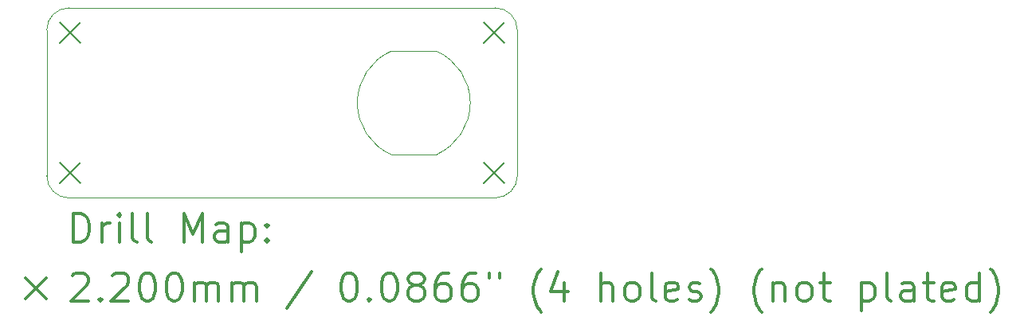
<source format=gbr>
%FSLAX45Y45*%
G04 Gerber Fmt 4.5, Leading zero omitted, Abs format (unit mm)*
G04 Created by KiCad (PCBNEW (5.1.10)-1) date 2022-01-19 22:36:49*
%MOMM*%
%LPD*%
G01*
G04 APERTURE LIST*
%TA.AperFunction,Profile*%
%ADD10C,0.050000*%
%TD*%
%ADD11C,0.200000*%
%ADD12C,0.300000*%
G04 APERTURE END LIST*
D10*
X16740751Y-11160236D02*
G75*
G02*
X16739791Y-10060182I239249J550236D01*
G01*
X16739791Y-10060182D02*
X17219249Y-10059764D01*
X17219249Y-10059764D02*
G75*
G02*
X17220209Y-11159818I-239249J-550236D01*
G01*
X16740751Y-11160236D02*
X17220209Y-11159818D01*
X13080000Y-11385000D02*
G75*
G03*
X13315000Y-11620000I235000J0D01*
G01*
X17845000Y-11620000D02*
G75*
G03*
X18080000Y-11385000I0J235000D01*
G01*
X18080000Y-9835000D02*
G75*
G03*
X17845000Y-9600000I-235000J0D01*
G01*
X13315000Y-9600000D02*
G75*
G03*
X13080000Y-9835000I0J-235000D01*
G01*
X18080000Y-9835000D02*
X18080000Y-11385000D01*
X13080000Y-9835000D02*
X13080000Y-11385000D01*
X13315000Y-11620000D02*
X17845000Y-11620000D01*
X13315000Y-9600000D02*
X17845000Y-9600000D01*
D11*
X13215000Y-9755000D02*
X13435000Y-9975000D01*
X13435000Y-9755000D02*
X13215000Y-9975000D01*
X13215000Y-11245000D02*
X13435000Y-11465000D01*
X13435000Y-11245000D02*
X13215000Y-11465000D01*
X17725000Y-9755000D02*
X17945000Y-9975000D01*
X17945000Y-9755000D02*
X17725000Y-9975000D01*
X17725000Y-11245000D02*
X17945000Y-11465000D01*
X17945000Y-11245000D02*
X17725000Y-11465000D01*
D12*
X13363928Y-12088214D02*
X13363928Y-11788214D01*
X13435357Y-11788214D01*
X13478214Y-11802500D01*
X13506786Y-11831071D01*
X13521071Y-11859643D01*
X13535357Y-11916786D01*
X13535357Y-11959643D01*
X13521071Y-12016786D01*
X13506786Y-12045357D01*
X13478214Y-12073929D01*
X13435357Y-12088214D01*
X13363928Y-12088214D01*
X13663928Y-12088214D02*
X13663928Y-11888214D01*
X13663928Y-11945357D02*
X13678214Y-11916786D01*
X13692500Y-11902500D01*
X13721071Y-11888214D01*
X13749643Y-11888214D01*
X13849643Y-12088214D02*
X13849643Y-11888214D01*
X13849643Y-11788214D02*
X13835357Y-11802500D01*
X13849643Y-11816786D01*
X13863928Y-11802500D01*
X13849643Y-11788214D01*
X13849643Y-11816786D01*
X14035357Y-12088214D02*
X14006786Y-12073929D01*
X13992500Y-12045357D01*
X13992500Y-11788214D01*
X14192500Y-12088214D02*
X14163928Y-12073929D01*
X14149643Y-12045357D01*
X14149643Y-11788214D01*
X14535357Y-12088214D02*
X14535357Y-11788214D01*
X14635357Y-12002500D01*
X14735357Y-11788214D01*
X14735357Y-12088214D01*
X15006786Y-12088214D02*
X15006786Y-11931071D01*
X14992500Y-11902500D01*
X14963928Y-11888214D01*
X14906786Y-11888214D01*
X14878214Y-11902500D01*
X15006786Y-12073929D02*
X14978214Y-12088214D01*
X14906786Y-12088214D01*
X14878214Y-12073929D01*
X14863928Y-12045357D01*
X14863928Y-12016786D01*
X14878214Y-11988214D01*
X14906786Y-11973929D01*
X14978214Y-11973929D01*
X15006786Y-11959643D01*
X15149643Y-11888214D02*
X15149643Y-12188214D01*
X15149643Y-11902500D02*
X15178214Y-11888214D01*
X15235357Y-11888214D01*
X15263928Y-11902500D01*
X15278214Y-11916786D01*
X15292500Y-11945357D01*
X15292500Y-12031071D01*
X15278214Y-12059643D01*
X15263928Y-12073929D01*
X15235357Y-12088214D01*
X15178214Y-12088214D01*
X15149643Y-12073929D01*
X15421071Y-12059643D02*
X15435357Y-12073929D01*
X15421071Y-12088214D01*
X15406786Y-12073929D01*
X15421071Y-12059643D01*
X15421071Y-12088214D01*
X15421071Y-11902500D02*
X15435357Y-11916786D01*
X15421071Y-11931071D01*
X15406786Y-11916786D01*
X15421071Y-11902500D01*
X15421071Y-11931071D01*
X12857500Y-12472500D02*
X13077500Y-12692500D01*
X13077500Y-12472500D02*
X12857500Y-12692500D01*
X13349643Y-12446786D02*
X13363928Y-12432500D01*
X13392500Y-12418214D01*
X13463928Y-12418214D01*
X13492500Y-12432500D01*
X13506786Y-12446786D01*
X13521071Y-12475357D01*
X13521071Y-12503929D01*
X13506786Y-12546786D01*
X13335357Y-12718214D01*
X13521071Y-12718214D01*
X13649643Y-12689643D02*
X13663928Y-12703929D01*
X13649643Y-12718214D01*
X13635357Y-12703929D01*
X13649643Y-12689643D01*
X13649643Y-12718214D01*
X13778214Y-12446786D02*
X13792500Y-12432500D01*
X13821071Y-12418214D01*
X13892500Y-12418214D01*
X13921071Y-12432500D01*
X13935357Y-12446786D01*
X13949643Y-12475357D01*
X13949643Y-12503929D01*
X13935357Y-12546786D01*
X13763928Y-12718214D01*
X13949643Y-12718214D01*
X14135357Y-12418214D02*
X14163928Y-12418214D01*
X14192500Y-12432500D01*
X14206786Y-12446786D01*
X14221071Y-12475357D01*
X14235357Y-12532500D01*
X14235357Y-12603929D01*
X14221071Y-12661071D01*
X14206786Y-12689643D01*
X14192500Y-12703929D01*
X14163928Y-12718214D01*
X14135357Y-12718214D01*
X14106786Y-12703929D01*
X14092500Y-12689643D01*
X14078214Y-12661071D01*
X14063928Y-12603929D01*
X14063928Y-12532500D01*
X14078214Y-12475357D01*
X14092500Y-12446786D01*
X14106786Y-12432500D01*
X14135357Y-12418214D01*
X14421071Y-12418214D02*
X14449643Y-12418214D01*
X14478214Y-12432500D01*
X14492500Y-12446786D01*
X14506786Y-12475357D01*
X14521071Y-12532500D01*
X14521071Y-12603929D01*
X14506786Y-12661071D01*
X14492500Y-12689643D01*
X14478214Y-12703929D01*
X14449643Y-12718214D01*
X14421071Y-12718214D01*
X14392500Y-12703929D01*
X14378214Y-12689643D01*
X14363928Y-12661071D01*
X14349643Y-12603929D01*
X14349643Y-12532500D01*
X14363928Y-12475357D01*
X14378214Y-12446786D01*
X14392500Y-12432500D01*
X14421071Y-12418214D01*
X14649643Y-12718214D02*
X14649643Y-12518214D01*
X14649643Y-12546786D02*
X14663928Y-12532500D01*
X14692500Y-12518214D01*
X14735357Y-12518214D01*
X14763928Y-12532500D01*
X14778214Y-12561071D01*
X14778214Y-12718214D01*
X14778214Y-12561071D02*
X14792500Y-12532500D01*
X14821071Y-12518214D01*
X14863928Y-12518214D01*
X14892500Y-12532500D01*
X14906786Y-12561071D01*
X14906786Y-12718214D01*
X15049643Y-12718214D02*
X15049643Y-12518214D01*
X15049643Y-12546786D02*
X15063928Y-12532500D01*
X15092500Y-12518214D01*
X15135357Y-12518214D01*
X15163928Y-12532500D01*
X15178214Y-12561071D01*
X15178214Y-12718214D01*
X15178214Y-12561071D02*
X15192500Y-12532500D01*
X15221071Y-12518214D01*
X15263928Y-12518214D01*
X15292500Y-12532500D01*
X15306786Y-12561071D01*
X15306786Y-12718214D01*
X15892500Y-12403929D02*
X15635357Y-12789643D01*
X16278214Y-12418214D02*
X16306786Y-12418214D01*
X16335357Y-12432500D01*
X16349643Y-12446786D01*
X16363928Y-12475357D01*
X16378214Y-12532500D01*
X16378214Y-12603929D01*
X16363928Y-12661071D01*
X16349643Y-12689643D01*
X16335357Y-12703929D01*
X16306786Y-12718214D01*
X16278214Y-12718214D01*
X16249643Y-12703929D01*
X16235357Y-12689643D01*
X16221071Y-12661071D01*
X16206786Y-12603929D01*
X16206786Y-12532500D01*
X16221071Y-12475357D01*
X16235357Y-12446786D01*
X16249643Y-12432500D01*
X16278214Y-12418214D01*
X16506786Y-12689643D02*
X16521071Y-12703929D01*
X16506786Y-12718214D01*
X16492500Y-12703929D01*
X16506786Y-12689643D01*
X16506786Y-12718214D01*
X16706786Y-12418214D02*
X16735357Y-12418214D01*
X16763928Y-12432500D01*
X16778214Y-12446786D01*
X16792500Y-12475357D01*
X16806786Y-12532500D01*
X16806786Y-12603929D01*
X16792500Y-12661071D01*
X16778214Y-12689643D01*
X16763928Y-12703929D01*
X16735357Y-12718214D01*
X16706786Y-12718214D01*
X16678214Y-12703929D01*
X16663928Y-12689643D01*
X16649643Y-12661071D01*
X16635357Y-12603929D01*
X16635357Y-12532500D01*
X16649643Y-12475357D01*
X16663928Y-12446786D01*
X16678214Y-12432500D01*
X16706786Y-12418214D01*
X16978214Y-12546786D02*
X16949643Y-12532500D01*
X16935357Y-12518214D01*
X16921071Y-12489643D01*
X16921071Y-12475357D01*
X16935357Y-12446786D01*
X16949643Y-12432500D01*
X16978214Y-12418214D01*
X17035357Y-12418214D01*
X17063928Y-12432500D01*
X17078214Y-12446786D01*
X17092500Y-12475357D01*
X17092500Y-12489643D01*
X17078214Y-12518214D01*
X17063928Y-12532500D01*
X17035357Y-12546786D01*
X16978214Y-12546786D01*
X16949643Y-12561071D01*
X16935357Y-12575357D01*
X16921071Y-12603929D01*
X16921071Y-12661071D01*
X16935357Y-12689643D01*
X16949643Y-12703929D01*
X16978214Y-12718214D01*
X17035357Y-12718214D01*
X17063928Y-12703929D01*
X17078214Y-12689643D01*
X17092500Y-12661071D01*
X17092500Y-12603929D01*
X17078214Y-12575357D01*
X17063928Y-12561071D01*
X17035357Y-12546786D01*
X17349643Y-12418214D02*
X17292500Y-12418214D01*
X17263928Y-12432500D01*
X17249643Y-12446786D01*
X17221071Y-12489643D01*
X17206786Y-12546786D01*
X17206786Y-12661071D01*
X17221071Y-12689643D01*
X17235357Y-12703929D01*
X17263928Y-12718214D01*
X17321071Y-12718214D01*
X17349643Y-12703929D01*
X17363928Y-12689643D01*
X17378214Y-12661071D01*
X17378214Y-12589643D01*
X17363928Y-12561071D01*
X17349643Y-12546786D01*
X17321071Y-12532500D01*
X17263928Y-12532500D01*
X17235357Y-12546786D01*
X17221071Y-12561071D01*
X17206786Y-12589643D01*
X17635357Y-12418214D02*
X17578214Y-12418214D01*
X17549643Y-12432500D01*
X17535357Y-12446786D01*
X17506786Y-12489643D01*
X17492500Y-12546786D01*
X17492500Y-12661071D01*
X17506786Y-12689643D01*
X17521071Y-12703929D01*
X17549643Y-12718214D01*
X17606786Y-12718214D01*
X17635357Y-12703929D01*
X17649643Y-12689643D01*
X17663928Y-12661071D01*
X17663928Y-12589643D01*
X17649643Y-12561071D01*
X17635357Y-12546786D01*
X17606786Y-12532500D01*
X17549643Y-12532500D01*
X17521071Y-12546786D01*
X17506786Y-12561071D01*
X17492500Y-12589643D01*
X17778214Y-12418214D02*
X17778214Y-12475357D01*
X17892500Y-12418214D02*
X17892500Y-12475357D01*
X18335357Y-12832500D02*
X18321071Y-12818214D01*
X18292500Y-12775357D01*
X18278214Y-12746786D01*
X18263928Y-12703929D01*
X18249643Y-12632500D01*
X18249643Y-12575357D01*
X18263928Y-12503929D01*
X18278214Y-12461071D01*
X18292500Y-12432500D01*
X18321071Y-12389643D01*
X18335357Y-12375357D01*
X18578214Y-12518214D02*
X18578214Y-12718214D01*
X18506786Y-12403929D02*
X18435357Y-12618214D01*
X18621071Y-12618214D01*
X18963928Y-12718214D02*
X18963928Y-12418214D01*
X19092500Y-12718214D02*
X19092500Y-12561071D01*
X19078214Y-12532500D01*
X19049643Y-12518214D01*
X19006786Y-12518214D01*
X18978214Y-12532500D01*
X18963928Y-12546786D01*
X19278214Y-12718214D02*
X19249643Y-12703929D01*
X19235357Y-12689643D01*
X19221071Y-12661071D01*
X19221071Y-12575357D01*
X19235357Y-12546786D01*
X19249643Y-12532500D01*
X19278214Y-12518214D01*
X19321071Y-12518214D01*
X19349643Y-12532500D01*
X19363928Y-12546786D01*
X19378214Y-12575357D01*
X19378214Y-12661071D01*
X19363928Y-12689643D01*
X19349643Y-12703929D01*
X19321071Y-12718214D01*
X19278214Y-12718214D01*
X19549643Y-12718214D02*
X19521071Y-12703929D01*
X19506786Y-12675357D01*
X19506786Y-12418214D01*
X19778214Y-12703929D02*
X19749643Y-12718214D01*
X19692500Y-12718214D01*
X19663928Y-12703929D01*
X19649643Y-12675357D01*
X19649643Y-12561071D01*
X19663928Y-12532500D01*
X19692500Y-12518214D01*
X19749643Y-12518214D01*
X19778214Y-12532500D01*
X19792500Y-12561071D01*
X19792500Y-12589643D01*
X19649643Y-12618214D01*
X19906786Y-12703929D02*
X19935357Y-12718214D01*
X19992500Y-12718214D01*
X20021071Y-12703929D01*
X20035357Y-12675357D01*
X20035357Y-12661071D01*
X20021071Y-12632500D01*
X19992500Y-12618214D01*
X19949643Y-12618214D01*
X19921071Y-12603929D01*
X19906786Y-12575357D01*
X19906786Y-12561071D01*
X19921071Y-12532500D01*
X19949643Y-12518214D01*
X19992500Y-12518214D01*
X20021071Y-12532500D01*
X20135357Y-12832500D02*
X20149643Y-12818214D01*
X20178214Y-12775357D01*
X20192500Y-12746786D01*
X20206786Y-12703929D01*
X20221071Y-12632500D01*
X20221071Y-12575357D01*
X20206786Y-12503929D01*
X20192500Y-12461071D01*
X20178214Y-12432500D01*
X20149643Y-12389643D01*
X20135357Y-12375357D01*
X20678214Y-12832500D02*
X20663928Y-12818214D01*
X20635357Y-12775357D01*
X20621071Y-12746786D01*
X20606786Y-12703929D01*
X20592500Y-12632500D01*
X20592500Y-12575357D01*
X20606786Y-12503929D01*
X20621071Y-12461071D01*
X20635357Y-12432500D01*
X20663928Y-12389643D01*
X20678214Y-12375357D01*
X20792500Y-12518214D02*
X20792500Y-12718214D01*
X20792500Y-12546786D02*
X20806786Y-12532500D01*
X20835357Y-12518214D01*
X20878214Y-12518214D01*
X20906786Y-12532500D01*
X20921071Y-12561071D01*
X20921071Y-12718214D01*
X21106786Y-12718214D02*
X21078214Y-12703929D01*
X21063928Y-12689643D01*
X21049643Y-12661071D01*
X21049643Y-12575357D01*
X21063928Y-12546786D01*
X21078214Y-12532500D01*
X21106786Y-12518214D01*
X21149643Y-12518214D01*
X21178214Y-12532500D01*
X21192500Y-12546786D01*
X21206786Y-12575357D01*
X21206786Y-12661071D01*
X21192500Y-12689643D01*
X21178214Y-12703929D01*
X21149643Y-12718214D01*
X21106786Y-12718214D01*
X21292500Y-12518214D02*
X21406786Y-12518214D01*
X21335357Y-12418214D02*
X21335357Y-12675357D01*
X21349643Y-12703929D01*
X21378214Y-12718214D01*
X21406786Y-12718214D01*
X21735357Y-12518214D02*
X21735357Y-12818214D01*
X21735357Y-12532500D02*
X21763928Y-12518214D01*
X21821071Y-12518214D01*
X21849643Y-12532500D01*
X21863928Y-12546786D01*
X21878214Y-12575357D01*
X21878214Y-12661071D01*
X21863928Y-12689643D01*
X21849643Y-12703929D01*
X21821071Y-12718214D01*
X21763928Y-12718214D01*
X21735357Y-12703929D01*
X22049643Y-12718214D02*
X22021071Y-12703929D01*
X22006786Y-12675357D01*
X22006786Y-12418214D01*
X22292500Y-12718214D02*
X22292500Y-12561071D01*
X22278214Y-12532500D01*
X22249643Y-12518214D01*
X22192500Y-12518214D01*
X22163928Y-12532500D01*
X22292500Y-12703929D02*
X22263928Y-12718214D01*
X22192500Y-12718214D01*
X22163928Y-12703929D01*
X22149643Y-12675357D01*
X22149643Y-12646786D01*
X22163928Y-12618214D01*
X22192500Y-12603929D01*
X22263928Y-12603929D01*
X22292500Y-12589643D01*
X22392500Y-12518214D02*
X22506786Y-12518214D01*
X22435357Y-12418214D02*
X22435357Y-12675357D01*
X22449643Y-12703929D01*
X22478214Y-12718214D01*
X22506786Y-12718214D01*
X22721071Y-12703929D02*
X22692500Y-12718214D01*
X22635357Y-12718214D01*
X22606786Y-12703929D01*
X22592500Y-12675357D01*
X22592500Y-12561071D01*
X22606786Y-12532500D01*
X22635357Y-12518214D01*
X22692500Y-12518214D01*
X22721071Y-12532500D01*
X22735357Y-12561071D01*
X22735357Y-12589643D01*
X22592500Y-12618214D01*
X22992500Y-12718214D02*
X22992500Y-12418214D01*
X22992500Y-12703929D02*
X22963928Y-12718214D01*
X22906786Y-12718214D01*
X22878214Y-12703929D01*
X22863928Y-12689643D01*
X22849643Y-12661071D01*
X22849643Y-12575357D01*
X22863928Y-12546786D01*
X22878214Y-12532500D01*
X22906786Y-12518214D01*
X22963928Y-12518214D01*
X22992500Y-12532500D01*
X23106786Y-12832500D02*
X23121071Y-12818214D01*
X23149643Y-12775357D01*
X23163928Y-12746786D01*
X23178214Y-12703929D01*
X23192500Y-12632500D01*
X23192500Y-12575357D01*
X23178214Y-12503929D01*
X23163928Y-12461071D01*
X23149643Y-12432500D01*
X23121071Y-12389643D01*
X23106786Y-12375357D01*
M02*

</source>
